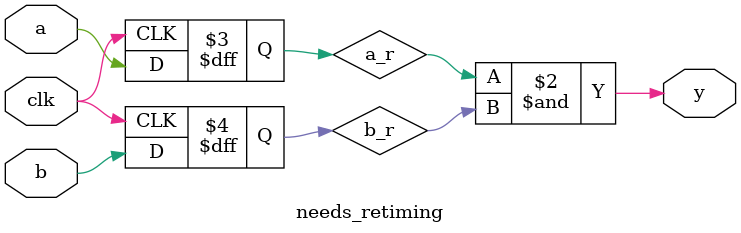
<source format=sv>
(* top *)
module needs_retiming(
  input logic clk,
  input logic a,
  input logic b,
  output logic y
);

  logic a_r, b_r;
  always_ff @(posedge clk) begin
    a_r <= a;
    b_r <= b;
  end

  assign y = a_r & b_r;
endmodule
</source>
